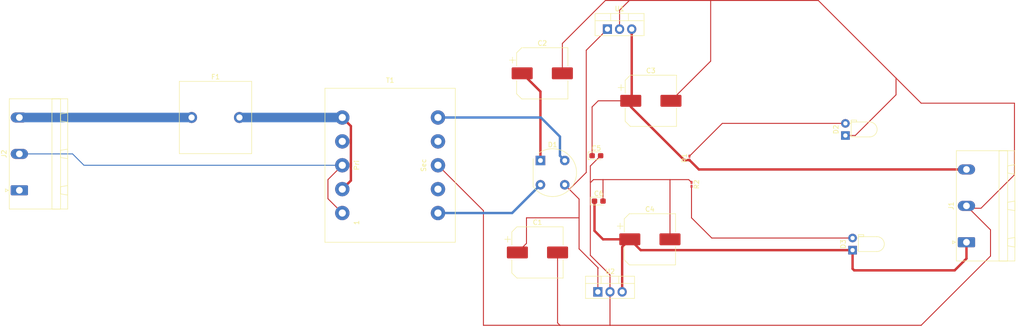
<source format=kicad_pcb>
(kicad_pcb (version 20241229) (generator "pcbnew") (generator_version "9.0")
  (layers (0 "F.Cu" signal) (2 "B.Cu" signal) (13 "F.Paste" user) (15 "B.Paste" user) (5 "F.SilkS" user "F.Silkscreen") (7 "B.SilkS" user "B.Silkscreen") (1 "F.Mask" user) (3 "B.Mask" user) (25 "Edge.Cuts" user))
  (net 0 "")
  (net 1 "/u2")
  (net 2 "GND")
  (net 3 "/u1")
  (net 4 "/d2")
  (net 5 "/d3")
  (net 6 "/T1-1")
  (net 7 "/T1-3")
  (net 8 "Net-(D2-A)")
  (net 9 "Net-(D3-A)")
  (net 10 "Net-(T1-OUT1B)")
  (net 11 "Net-(J2-Pin_3)")
  (net 12 "GNDPWR")
  (net 13 "Net-(J2-Pin_2)")
  (footprint "Package_TO_SOT_THT:TO-220-3_Vertical" (layer "F.Cu") (at 175.42 121.5)
    (property "Reference" "U2" (at 2.54 -4.27 0) (layer "F.SilkS"))
    (property "Value" "LM7812_TO220")
    (fp_line (start -2.58 -3.27) (end -2.58 1.371) (stroke (width 0.12)) (layer "F.SilkS"))
    (fp_line (start -2.58 -3.27) (end 7.66 -3.27) (stroke (width 0.12)) (layer "F.SilkS"))
    (fp_line (start -2.58 -1.76) (end 7.66 -1.76) (stroke (width 0.12)) (layer "F.SilkS"))
    (fp_line (start -2.58 1.371) (end 7.66 1.371) (stroke (width 0.12)) (layer "F.SilkS"))
    (fp_line (start 0.69 -3.27) (end 0.69 -1.76) (stroke (width 0.12)) (layer "F.SilkS"))
    (fp_line (start 4.391 -3.27) (end 4.391 -1.76) (stroke (width 0.12)) (layer "F.SilkS"))
    (fp_line (start 7.66 -3.27) (end 7.66 1.371) (stroke (width 0.12)) (layer "F.SilkS"))
    (pad "1" thru_hole rect (at 0 0) (size 1.905 2) (drill 1.1) (layers "*.Cu" "*.Mask") (net 1 "/u2"))
    (pad "2" thru_hole oval (at 2.54 0) (size 1.905 2) (drill 1.1) (layers "*.Cu" "*.Mask") (net 2 "GND"))
    (pad "3" thru_hole oval (at 5.08 0) (size 1.905 2) (drill 1.1) (layers "*.Cu" "*.Mask") (net 5 "/d3"))
  )
  (footprint "Capacitor_Tantalum_SMD:CP_EIA-2012-15_AVX-P" (layer "F.Cu") (at 175.11 93)
    (property "Reference" "C5" (at 0 -1.58 0) (layer "F.SilkS"))
    (property "Value" "0.1uF")
    (fp_line (start -1.72 -0.805) (end -1.72 0.805) (stroke (width 0.12)) (layer "F.SilkS"))
    (fp_line (start -1.72 0.805) (end 1 0.805) (stroke (width 0.12)) (layer "F.SilkS"))
    (fp_line (start 1 -0.805) (end -1.72 -0.805) (stroke (width 0.12)) (layer "F.SilkS"))
    (pad "1" smd roundrect (at -0.89 0) (size 1.14 1.09) (layers "F.Cu" "F.Mask" "F.Paste") (roundrect_rratio 0.229358) (net 4 "/d2"))
    (pad "2" smd roundrect (at 0.89 0) (size 1.14 1.09) (layers "F.Cu" "F.Mask" "F.Paste") (roundrect_rratio 0.229358) (net 2 "GND"))
  )
  (footprint "Capacitor_SMD:CP_Elec_10x14.3" (layer "F.Cu") (at 162.8 113.25)
    (property "Reference" "C1" (at 0 -6.3 0) (layer "F.SilkS"))
    (property "Value" "2200uF/25V")
    (fp_line (start -6.85 -2.76) (end -5.6 -2.76) (stroke (width 0.12)) (layer "F.SilkS"))
    (fp_line (start -6.225 -3.385) (end -6.225 -2.135) (stroke (width 0.12)) (layer "F.SilkS"))
    (fp_line (start -5.36 -4.295563) (end -5.36 -1.51) (stroke (width 0.12)) (layer "F.SilkS"))
    (fp_line (start -5.36 -4.295563) (end -4.295563 -5.36) (stroke (width 0.12)) (layer "F.SilkS"))
    (fp_line (start -5.36 4.295563) (end -5.36 1.51) (stroke (width 0.12)) (layer "F.SilkS"))
    (fp_line (start -5.36 4.295563) (end -4.295563 5.36) (stroke (width 0.12)) (layer "F.SilkS"))
    (fp_line (start -4.295563 -5.36) (end 5.36 -5.36) (stroke (width 0.12)) (layer "F.SilkS"))
    (fp_line (start -4.295563 5.36) (end 5.36 5.36) (stroke (width 0.12)) (layer "F.SilkS"))
    (fp_line (start 5.36 -5.36) (end 5.36 -1.51) (stroke (width 0.12)) (layer "F.SilkS"))
    (fp_line (start 5.36 5.36) (end 5.36 1.51) (stroke (width 0.12)) (layer "F.SilkS"))
    (pad "1" smd roundrect (at -4.2 0) (size 4.4 2.5) (layers "F.Cu" "F.Mask" "F.Paste") (roundrect_rratio 0.1) (net 1 "/u2"))
    (pad "2" smd roundrect (at 4.2 0) (size 4.4 2.5) (layers "F.Cu" "F.Mask" "F.Paste") (roundrect_rratio 0.1) (net 2 "GND"))
  )
  (footprint "Resistor_SMD:R_0201_0603Metric_Pad0.64x0.40mm_HandSolder" (layer "F.Cu") (at 195 99 -90)
    (property "Reference" "R2" (at 0 -1.05 90) (layer "F.SilkS"))
    (property "Value" "1.2K")
    (pad "1" smd roundrect (at -0.4075 0 270) (size 0.635 0.4) (layers "F.Cu" "F.Mask") (net 2 "GND"))
    (pad "2" smd roundrect (at 0.4075 0 270) (size 0.635 0.4) (layers "F.Cu" "F.Mask") (net 9 "Net-(D3-A)"))
  )
  (footprint "Diode_THT:Diode_Bridge_Round_D9.8mm" (layer "F.Cu") (at 163.42 94)
    (property "Reference" "D1" (at 2.54 -3.302 0) (layer "F.SilkS"))
    (property "Value" "W08G")
    (fp_line (start -1.524 -0.381) (end -1.524 5.461) (stroke (width 0.12)) (layer "F.SilkS"))
    (fp_arc (start -0.381 -1.524) (mid 7.479141 3.348223) (end -1.524 5.461) (stroke (width 0.12)) (layer "F.SilkS"))
    (pad "1" thru_hole rect (at 0 0) (size 2 2) (drill 1) (layers "*.Cu" "*.Mask") (net 3 "/u1"))
    (pad "2" thru_hole oval (at 0 5.08) (size 2 2) (drill 1) (layers "*.Cu" "*.Mask") (net 6 "/T1-1"))
    (pad "3" thru_hole oval (at 5.08 5.08) (size 2 2) (drill 1) (layers "*.Cu" "*.Mask") (net 1 "/u2"))
    (pad "4" thru_hole oval (at 5.08 0) (size 2 2) (drill 1) (layers "*.Cu" "*.Mask") (net 7 "/T1-3"))
  )
  (footprint "Fuse:Fuseholder_Cylinder-5x20mm_EATON_HBW_Vertical_Closed" (layer "F.Cu") (at 90.5 85)
    (property "Reference" "F1" (at 5 -8.5 0) (layer "F.SilkS"))
    (property "Value" "Fuse_Small")
    (fp_line (start -2.56 -7.56) (end 12.56 -7.56) (stroke (width 0.12)) (layer "F.SilkS"))
    (fp_line (start -2.56 7.56) (end -2.56 -7.56) (stroke (width 0.12)) (layer "F.SilkS"))
    (fp_line (start 12.56 -7.56) (end 12.56 7.56) (stroke (width 0.12)) (layer "F.SilkS"))
    (fp_line (start 12.56 7.56) (end -2.56 7.56) (stroke (width 0.12)) (layer "F.SilkS"))
    (pad "1" thru_hole circle (at 0 0) (size 2.3 2.3) (drill 1.3) (layers "*.Cu" "*.Mask") (net 11 "Net-(J2-Pin_3)"))
    (pad "2" thru_hole circle (at 10 0) (size 2.3 2.3) (drill 1.3) (layers "*.Cu" "*.Mask") (net 10 "Net-(T1-OUT1B)"))
  )
  (footprint "Package_TO_SOT_THT:TO-220-3_Vertical" (layer "F.Cu") (at 177.42 66.5)
    (property "Reference" "U1" (at 2.54 -4.27 0) (layer "F.SilkS"))
    (property "Value" "LM7812_TO220")
    (fp_line (start -2.58 -3.27) (end -2.58 1.371) (stroke (width 0.12)) (layer "F.SilkS"))
    (fp_line (start -2.58 -3.27) (end 7.66 -3.27) (stroke (width 0.12)) (layer "F.SilkS"))
    (fp_line (start -2.58 -1.76) (end 7.66 -1.76) (stroke (width 0.12)) (layer "F.SilkS"))
    (fp_line (start -2.58 1.371) (end 7.66 1.371) (stroke (width 0.12)) (layer "F.SilkS"))
    (fp_line (start 0.69 -3.27) (end 0.69 -1.76) (stroke (width 0.12)) (layer "F.SilkS"))
    (fp_line (start 4.391 -3.27) (end 4.391 -1.76) (stroke (width 0.12)) (layer "F.SilkS"))
    (fp_line (start 7.66 -3.27) (end 7.66 1.371) (stroke (width 0.12)) (layer "F.SilkS"))
    (pad "1" thru_hole rect (at 0 0) (size 1.905 2) (drill 1.1) (layers "*.Cu" "*.Mask") (net 1 "/u2"))
    (pad "2" thru_hole oval (at 2.54 0) (size 1.905 2) (drill 1.1) (layers "*.Cu" "*.Mask") (net 2 "GND"))
    (pad "3" thru_hole oval (at 5.08 0) (size 1.905 2) (drill 1.1) (layers "*.Cu" "*.Mask") (net 4 "/d2"))
  )
  (footprint "LED_THT:LED_D3.0mm_Horizontal_O1.27mm_Z10.0mm" (layer "F.Cu") (at 228.665 112.77 90)
    (property "Reference" "D3" (at 1.27 -1.96 90) (layer "F.SilkS"))
    (property "Value" "Green light")
    (fp_line (start 2.54 1.08) (end 2.54 1.08) (stroke (width 0.12)) (layer "F.SilkS"))
    (fp_line (start 2.54 1.08) (end 2.54 1.21) (stroke (width 0.12)) (layer "F.SilkS"))
    (fp_line (start 0 1.08) (end 0 1.08) (stroke (width 0.12)) (layer "F.SilkS"))
    (fp_line (start 0 1.08) (end 0 1.21) (stroke (width 0.12)) (layer "F.SilkS"))
    (fp_line (start 3.23 1.21) (end 3.23 2.33) (stroke (width 0.12)) (layer "F.SilkS"))
    (fp_line (start 2.83 1.21) (end 3.23 1.21) (stroke (width 0.12)) (layer "F.SilkS"))
    (fp_line (start 2.83 1.21) (end 2.83 5.07) (stroke (width 0.12)) (layer "F.SilkS"))
    (fp_line (start 2.54 1.21) (end 2.54 1.08) (stroke (width 0.12)) (layer "F.SilkS"))
    (fp_line (start 2.54 1.21) (end 2.54 1.21) (stroke (width 0.12)) (layer "F.SilkS"))
    (fp_line (start 0 1.21) (end 0 1.08) (stroke (width 0.12)) (layer "F.SilkS"))
    (fp_line (start 0 1.21) (end 0 1.21) (stroke (width 0.12)) (layer "F.SilkS"))
    (fp_line (start -0.29 1.21) (end 2.83 1.21) (stroke (width 0.12)) (layer "F.SilkS"))
    (fp_line (start -0.29 1.21) (end -0.29 5.07) (stroke (width 0.12)) (layer "F.SilkS"))
    (fp_line (start 3.23 2.33) (end 2.83 2.33) (stroke (width 0.12)) (layer "F.SilkS"))
    (fp_line (start 2.83 2.33) (end 2.83 1.21) (stroke (width 0.12)) (layer "F.SilkS"))
    (fp_arc (start 2.83 5.07) (mid 1.27 6.63) (end -0.29 5.07) (stroke (width 0.12)) (layer "F.SilkS"))
    (pad "1" thru_hole rect (at 0 0 90) (size 1.8 1.8) (drill 0.9) (layers "*.Cu" "*.Mask") (net 5 "/d3"))
    (pad "2" thru_hole circle (at 2.54 0 90) (size 1.8 1.8) (drill 0.9) (layers "*.Cu" "*.Mask") (net 9 "Net-(D3-A)"))
  )
  (footprint "Capacitor_Tantalum_SMD:CP_EIA-2012-15_AVX-P" (layer "F.Cu") (at 175.61 102.5)
    (property "Reference" "C6" (at 0 -1.58 0) (layer "F.SilkS"))
    (property "Value" "0.1uF")
    (fp_line (start -1.72 -0.805) (end -1.72 0.805) (stroke (width 0.12)) (layer "F.SilkS"))
    (fp_line (start -1.72 0.805) (end 1 0.805) (stroke (width 0.12)) (layer "F.SilkS"))
    (fp_line (start 1 -0.805) (end -1.72 -0.805) (stroke (width 0.12)) (layer "F.SilkS"))
    (pad "1" smd roundrect (at -0.89 0) (size 1.14 1.09) (layers "F.Cu" "F.Mask" "F.Paste") (roundrect_rratio 0.229358) (net 5 "/d3"))
    (pad "2" smd roundrect (at 0.89 0) (size 1.14 1.09) (layers "F.Cu" "F.Mask" "F.Paste") (roundrect_rratio 0.229358) (net 2 "GND"))
  )
  (footprint "Capacitor_SMD:CP_Elec_10x14.3" (layer "F.Cu") (at 186.5 81.5)
    (property "Reference" "C3" (at 0 -6.3 0) (layer "F.SilkS"))
    (property "Value" "47uF/25V")
    (fp_line (start -6.85 -2.76) (end -5.6 -2.76) (stroke (width 0.12)) (layer "F.SilkS"))
    (fp_line (start -6.225 -3.385) (end -6.225 -2.135) (stroke (width 0.12)) (layer "F.SilkS"))
    (fp_line (start -5.36 -4.295563) (end -5.36 -1.51) (stroke (width 0.12)) (layer "F.SilkS"))
    (fp_line (start -5.36 -4.295563) (end -4.295563 -5.36) (stroke (width 0.12)) (layer "F.SilkS"))
    (fp_line (start -5.36 4.295563) (end -5.36 1.51) (stroke (width 0.12)) (layer "F.SilkS"))
    (fp_line (start -5.36 4.295563) (end -4.295563 5.36) (stroke (width 0.12)) (layer "F.SilkS"))
    (fp_line (start -4.295563 -5.36) (end 5.36 -5.36) (stroke (width 0.12)) (layer "F.SilkS"))
    (fp_line (start -4.295563 5.36) (end 5.36 5.36) (stroke (width 0.12)) (layer "F.SilkS"))
    (fp_line (start 5.36 -5.36) (end 5.36 -1.51) (stroke (width 0.12)) (layer "F.SilkS"))
    (fp_line (start 5.36 5.36) (end 5.36 1.51) (stroke (width 0.12)) (layer "F.SilkS"))
    (pad "1" smd roundrect (at -4.2 0) (size 4.4 2.5) (layers "F.Cu" "F.Mask" "F.Paste") (roundrect_rratio 0.1) (net 4 "/d2"))
    (pad "2" smd roundrect (at 4.2 0) (size 4.4 2.5) (layers "F.Cu" "F.Mask" "F.Paste") (roundrect_rratio 0.1) (net 2 "GND"))
  )
  (footprint "Resistor_SMD:R_0201_0603Metric_Pad0.64x0.40mm_HandSolder" (layer "F.Cu") (at 194.5675 93.5 90)
    (property "Reference" "R1" (at 0 -1.05 90) (layer "F.SilkS"))
    (property "Value" "1.2K")
    (pad "1" smd roundrect (at -0.4075 0 90) (size 0.635 0.4) (layers "F.Cu" "F.Mask") (net 4 "/d2"))
    (pad "2" smd roundrect (at 0.4075 0 90) (size 0.635 0.4) (layers "F.Cu" "F.Mask") (net 8 "Net-(D2-A)"))
  )
  (footprint "Capacitor_SMD:CP_Elec_10x14.3" (layer "F.Cu") (at 163.8 75.75)
    (property "Reference" "C2" (at 0 -6.3 0) (layer "F.SilkS"))
    (property "Value" "2200uF/25V")
    (fp_line (start -6.85 -2.76) (end -5.6 -2.76) (stroke (width 0.12)) (layer "F.SilkS"))
    (fp_line (start -6.225 -3.385) (end -6.225 -2.135) (stroke (width 0.12)) (layer "F.SilkS"))
    (fp_line (start -5.36 -4.295563) (end -5.36 -1.51) (stroke (width 0.12)) (layer "F.SilkS"))
    (fp_line (start -5.36 -4.295563) (end -4.295563 -5.36) (stroke (width 0.12)) (layer "F.SilkS"))
    (fp_line (start -5.36 4.295563) (end -5.36 1.51) (stroke (width 0.12)) (layer "F.SilkS"))
    (fp_line (start -5.36 4.295563) (end -4.295563 5.36) (stroke (width 0.12)) (layer "F.SilkS"))
    (fp_line (start -4.295563 -5.36) (end 5.36 -5.36) (stroke (width 0.12)) (layer "F.SilkS"))
    (fp_line (start -4.295563 5.36) (end 5.36 5.36) (stroke (width 0.12)) (layer "F.SilkS"))
    (fp_line (start 5.36 -5.36) (end 5.36 -1.51) (stroke (width 0.12)) (layer "F.SilkS"))
    (fp_line (start 5.36 5.36) (end 5.36 1.51) (stroke (width 0.12)) (layer "F.SilkS"))
    (pad "1" smd roundrect (at -4.2 0) (size 4.4 2.5) (layers "F.Cu" "F.Mask" "F.Paste") (roundrect_rratio 0.1) (net 3 "/u1"))
    (pad "2" smd roundrect (at 4.2 0) (size 4.4 2.5) (layers "F.Cu" "F.Mask" "F.Paste") (roundrect_rratio 0.1) (net 2 "GND"))
  )
  (footprint "Connector_Phoenix_GMSTB:PhoenixContact_GMSTBA_2,5_3-G-7,62_1x03_P7.62mm_Horizontal" (layer "F.Cu") (at 54.5 100.24 90)
    (property "Reference" "J2" (at 7.62 -3.2 90) (layer "F.SilkS"))
    (property "Value" "Conn_01x03")
    (fp_line (start 0.3 -2.91) (end 0 -2.31) (stroke (width 0.12)) (layer "F.SilkS"))
    (fp_line (start -0.3 -2.91) (end 0.3 -2.91) (stroke (width 0.12)) (layer "F.SilkS"))
    (fp_line (start 0 -2.31) (end -0.3 -2.91) (stroke (width 0.12)) (layer "F.SilkS"))
    (fp_line (start 19.16 -2.11) (end -3.92 -2.11) (stroke (width 0.12)) (layer "F.SilkS"))
    (fp_line (start -3.92 -2.11) (end -3.92 10.11) (stroke (width 0.12)) (layer "F.SilkS"))
    (fp_line (start 19.16 6.81) (end 19.16 8.61) (stroke (width 0.12)) (layer "F.SilkS"))
    (fp_line (start -3.92 6.81) (end 19.16 6.81) (stroke (width 0.12)) (layer "F.SilkS"))
    (fp_line (start 19.16 8.61) (end -3.92 8.61) (stroke (width 0.12)) (layer "F.SilkS"))
    (fp_line (start 15.99 8.61) (end 14.49 8.61) (stroke (width 0.12)) (layer "F.SilkS"))
    (fp_line (start 14.49 8.61) (end 14.24 10.11) (stroke (width 0.12)) (layer "F.SilkS"))
    (fp_line (start 8.37 8.61) (end 6.87 8.61) (stroke (width 0.12)) (layer "F.SilkS"))
    (fp_line (start 6.87 8.61) (end 6.62 10.11) (stroke (width 0.12)) (layer "F.SilkS"))
    (fp_line (start 0.75 8.61) (end -0.75 8.61) (stroke (width 0.12)) (layer "F.SilkS"))
    (fp_line (start -0.75 8.61) (end -1 10.11) (stroke (width 0.12)) (layer "F.SilkS"))
    (fp_line (start -3.92 8.61) (end -3.92 6.81) (stroke (width 0.12)) (layer "F.SilkS"))
    (fp_line (start 19.16 10.11) (end 19.16 -2.11) (stroke (width 0.12)) (layer "F.SilkS"))
    (fp_line (start 16.24 10.11) (end 15.99 8.61) (stroke (width 0.12)) (layer "F.SilkS"))
    (fp_line (start 14.24 10.11) (end 16.24 10.11) (stroke (width 0.12)) (layer "F.SilkS"))
    (fp_line (start 8.62 10.11) (end 8.37 8.61) (stroke (width 0.12)) (layer "F.SilkS"))
    (fp_line (start 6.62 10.11) (end 8.62 10.11) (stroke (width 0.12)) (layer "F.SilkS"))
    (fp_line (start 1 10.11) (end 0.75 8.61) (stroke (width 0.12)) (layer "F.SilkS"))
    (fp_line (start -1 10.11) (end 1 10.11) (stroke (width 0.12)) (layer "F.SilkS"))
    (fp_line (start -3.92 10.11) (end 19.16 10.11) (stroke (width 0.12)) (layer "F.SilkS"))
    (pad "1" thru_hole roundrect (at 0 0 90) (size 2.1 3.6) (drill 1.4) (layers "*.Cu" "*.Mask") (roundrect_rratio 0.119048) (net 12 "GNDPWR"))
    (pad "2" thru_hole oval (at 7.62 0 90) (size 2.1 3.6) (drill 1.4) (layers "*.Cu" "*.Mask") (net 13 "Net-(J2-Pin_2)"))
    (pad "3" thru_hole oval (at 15.24 0 90) (size 2.1 3.6) (drill 1.4) (layers "*.Cu" "*.Mask") (net 11 "Net-(J2-Pin_3)"))
  )
  (footprint "LED_THT:LED_D3.0mm_Horizontal_O1.27mm_Z10.0mm" (layer "F.Cu") (at 227.165 88.77 90)
    (property "Reference" "D2" (at 1.27 -1.96 90) (layer "F.SilkS"))
    (property "Value" "red light")
    (fp_line (start 2.54 1.08) (end 2.54 1.08) (stroke (width 0.12)) (layer "F.SilkS"))
    (fp_line (start 2.54 1.08) (end 2.54 1.21) (stroke (width 0.12)) (layer "F.SilkS"))
    (fp_line (start 0 1.08) (end 0 1.08) (stroke (width 0.12)) (layer "F.SilkS"))
    (fp_line (start 0 1.08) (end 0 1.21) (stroke (width 0.12)) (layer "F.SilkS"))
    (fp_line (start 3.23 1.21) (end 3.23 2.33) (stroke (width 0.12)) (layer "F.SilkS"))
    (fp_line (start 2.83 1.21) (end 3.23 1.21) (stroke (width 0.12)) (layer "F.SilkS"))
    (fp_line (start 2.83 1.21) (end 2.83 5.07) (stroke (width 0.12)) (layer "F.SilkS"))
    (fp_line (start 2.54 1.21) (end 2.54 1.08) (stroke (width 0.12)) (layer "F.SilkS"))
    (fp_line (start 2.54 1.21) (end 2.54 1.21) (stroke (width 0.12)) (layer "F.SilkS"))
    (fp_line (start 0 1.21) (end 0 1.08) (stroke (width 0.12)) (layer "F.SilkS"))
    (fp_line (start 0 1.21) (end 0 1.21) (stroke (width 0.12)) (layer "F.SilkS"))
    (fp_line (start -0.29 1.21) (end 2.83 1.21) (stroke (width 0.12)) (layer "F.SilkS"))
    (fp_line (start -0.29 1.21) (end -0.29 5.07) (stroke (width 0.12)) (layer "F.SilkS"))
    (fp_line (start 3.23 2.33) (end 2.83 2.33) (stroke (width 0.12)) (layer "F.SilkS"))
    (fp_line (start 2.83 2.33) (end 2.83 1.21) (stroke (width 0.12)) (layer "F.SilkS"))
    (fp_arc (start 2.83 5.07) (mid 1.27 6.63) (end -0.29 5.07) (stroke (width 0.12)) (layer "F.SilkS"))
    (pad "1" thru_hole rect (at 0 0 90) (size 1.8 1.8) (drill 0.9) (layers "*.Cu" "*.Mask") (net 2 "GND"))
    (pad "2" thru_hole circle (at 2.54 0 90) (size 1.8 1.8) (drill 0.9) (layers "*.Cu" "*.Mask") (net 8 "Net-(D2-A)"))
  )
  (footprint "Transformer_THT:Transformer_CHK_EI30-2VA_1xSec" (layer "F.Cu") (at 122 105)
    (property "Reference" "T1" (at 10 -27.78 0) (layer "F.SilkS"))
    (property "Value" "Transformer_SP_2S")
    (fp_line (start -3.62 -26.12) (end -3.62 6.12) (stroke (width 0.12)) (layer "F.SilkS"))
    (fp_line (start -3.62 -26.12) (end 23.62 -26.12) (stroke (width 0.12)) (layer "F.SilkS"))
    (fp_line (start 23.62 6.12) (end -3.62 6.12) (stroke (width 0.12)) (layer "F.SilkS"))
    (fp_line (start 23.62 6.12) (end 23.62 -26.12) (stroke (width 0.12)) (layer "F.SilkS"))
    (fp_text user "1" (at 3 2 90) (layer "F.SilkS"))
    (fp_text user "Sec" (at 17 -10 90) (layer "F.SilkS"))
    (fp_text user "Pri" (at 3 -10 90) (layer "F.SilkS"))
    (pad "1" thru_hole circle (at 20 0) (size 3 3) (drill 1.5) (layers "*.Cu" "*.Mask") (net 6 "/T1-1"))
    (pad "2" thru_hole circle (at 20 -10) (size 3 3) (drill 1.5) (layers "*.Cu" "*.Mask") (net 2 "GND"))
    (pad "3" thru_hole circle (at 20 -20) (size 3 3) (drill 1.5) (layers "*.Cu" "*.Mask") (net 7 "/T1-3"))
    (pad "4" thru_hole circle (at 0 0) (size 3 3) (drill 1.5) (layers "*.Cu" "*.Mask") (net 13 "Net-(J2-Pin_2)"))
    (pad "5" thru_hole circle (at 0 -20) (size 3 3) (drill 1.5) (layers "*.Cu" "*.Mask") (net 10 "Net-(T1-OUT1B)"))
    (pad "6" thru_hole circle (at 0 -10) (size 3 3) (drill 1.5) (layers "*.Cu" "*.Mask") (net 13 "Net-(J2-Pin_2)"))
    (pad "7" thru_hole circle (at 0 -5) (size 3 3) (drill 1.5) (layers "*.Cu" "*.Mask") (net 10 "Net-(T1-OUT1B)"))
    (pad "8" thru_hole circle (at 20 -15) (size 3 3) (drill 1.5) (layers "*.Cu" "*.Mask"))
    (pad "9" thru_hole circle (at 20 -5) (size 3 3) (drill 1.5) (layers "*.Cu" "*.Mask"))
    (pad "10" thru_hole circle (at 0 -15) (size 3 3) (drill 1.5) (layers "*.Cu" "*.Mask"))
  )
  (footprint "Connector_Phoenix_GMSTB:PhoenixContact_GMSTBA_2,5_3-G-7,62_1x03_P7.62mm_Horizontal" (layer "F.Cu") (at 252.4725 111.115 90)
    (property "Reference" "J1" (at 7.62 -3.2 90) (layer "F.SilkS"))
    (property "Value" "Conn_01x03")
    (fp_line (start 0.3 -2.91) (end 0 -2.31) (stroke (width 0.12)) (layer "F.SilkS"))
    (fp_line (start -0.3 -2.91) (end 0.3 -2.91) (stroke (width 0.12)) (layer "F.SilkS"))
    (fp_line (start 0 -2.31) (end -0.3 -2.91) (stroke (width 0.12)) (layer "F.SilkS"))
    (fp_line (start 19.16 -2.11) (end -3.92 -2.11) (stroke (width 0.12)) (layer "F.SilkS"))
    (fp_line (start -3.92 -2.11) (end -3.92 10.11) (stroke (width 0.12)) (layer "F.SilkS"))
    (fp_line (start 19.16 6.81) (end 19.16 8.61) (stroke (width 0.12)) (layer "F.SilkS"))
    (fp_line (start -3.92 6.81) (end 19.16 6.81) (stroke (width 0.12)) (layer "F.SilkS"))
    (fp_line (start 19.16 8.61) (end -3.92 8.61) (stroke (width 0.12)) (layer "F.SilkS"))
    (fp_line (start 15.99 8.61) (end 14.49 8.61) (stroke (width 0.12)) (layer "F.SilkS"))
    (fp_line (start 14.49 8.61) (end 14.24 10.11) (stroke (width 0.12)) (layer "F.SilkS"))
    (fp_line (start 8.37 8.61) (end 6.87 8.61) (stroke (width 0.12)) (layer "F.SilkS"))
    (fp_line (start 6.87 8.61) (end 6.62 10.11) (stroke (width 0.12)) (layer "F.SilkS"))
    (fp_line (start 0.75 8.61) (end -0.75 8.61) (stroke (width 0.12)) (layer "F.SilkS"))
    (fp_line (start -0.75 8.61) (end -1 10.11) (stroke (width 0.12)) (layer "F.SilkS"))
    (fp_line (start -3.92 8.61) (end -3.92 6.81) (stroke (width 0.12)) (layer "F.SilkS"))
    (fp_line (start 19.16 10.11) (end 19.16 -2.11) (stroke (width 0.12)) (layer "F.SilkS"))
    (fp_line (start 16.24 10.11) (end 15.99 8.61) (stroke (width 0.12)) (layer "F.SilkS"))
    (fp_line (start 14.24 10.11) (end 16.24 10.11) (stroke (width 0.12)) (layer "F.SilkS"))
    (fp_line (start 8.62 10.11) (end 8.37 8.61) (stroke (width 0.12)) (layer "F.SilkS"))
    (fp_line (start 6.62 10.11) (end 8.62 10.11) (stroke (width 0.12)) (layer "F.SilkS"))
    (fp_line (start 1 10.11) (end 0.75 8.61) (stroke (width 0.12)) (layer "F.SilkS"))
    (fp_line (start -1 10.11) (end 1 10.11) (stroke (width 0.12)) (layer "F.SilkS"))
    (fp_line (start -3.92 10.11) (end 19.16 10.11) (stroke (width 0.12)) (layer "F.SilkS"))
    (pad "1" thru_hole oval (at 15.24 0 90) (size 2.1 3.6) (drill 1.4) (layers "*.Cu" "*.Mask") (net 4 "/d2"))
    (pad "2" thru_hole oval (at 7.62 0 90) (size 2.1 3.6) (drill 1.4) (layers "*.Cu" "*.Mask") (net 2 "GND"))
    (pad "3" thru_hole roundrect (at 0 0 90) (size 2.1 3.6) (drill 1.4) (layers "*.Cu" "*.Mask") (roundrect_rratio 0.119048) (net 5 "/d3"))
  )
  (footprint "Capacitor_SMD:CP_Elec_10x14.3" (layer "F.Cu") (at 186.3 110.5)
    (property "Reference" "C4" (at 0 -6.3 0) (layer "F.SilkS"))
    (property "Value" "47uF/25V")
    (fp_line (start -6.85 -2.76) (end -5.6 -2.76) (stroke (width 0.12)) (layer "F.SilkS"))
    (fp_line (start -6.225 -3.385) (end -6.225 -2.135) (stroke (width 0.12)) (layer "F.SilkS"))
    (fp_line (start -5.36 -4.295563) (end -5.36 -1.51) (stroke (width 0.12)) (layer "F.SilkS"))
    (fp_line (start -5.36 -4.295563) (end -4.295563 -5.36) (stroke (width 0.12)) (layer "F.SilkS"))
    (fp_line (start -5.36 4.295563) (end -5.36 1.51) (stroke (width 0.12)) (layer "F.SilkS"))
    (fp_line (start -5.36 4.295563) (end -4.295563 5.36) (stroke (width 0.12)) (layer "F.SilkS"))
    (fp_line (start -4.295563 -5.36) (end 5.36 -5.36) (stroke (width 0.12)) (layer "F.SilkS"))
    (fp_line (start -4.295563 5.36) (end 5.36 5.36) (stroke (width 0.12)) (layer "F.SilkS"))
    (fp_line (start 5.36 -5.36) (end 5.36 -1.51) (stroke (width 0.12)) (layer "F.SilkS"))
    (fp_line (start 5.36 5.36) (end 5.36 1.51) (stroke (width 0.12)) (layer "F.SilkS"))
    (pad "1" smd roundrect (at -4.2 0) (size 4.4 2.5) (layers "F.Cu" "F.Mask" "F.Paste") (roundrect_rratio 0.1) (net 5 "/d3"))
    (pad "2" smd roundrect (at 4.2 0) (size 4.4 2.5) (layers "F.Cu" "F.Mask" "F.Paste") (roundrect_rratio 0.1) (net 2 "GND"))
  )
  (segment (start 173 96.5) (end 169.46 100.04) (width 0.2) (layer "F.Cu") (net 1))
  (segment (start 171.5 106) (end 171.5 102.08) (width 0.2) (layer "F.Cu") (net 1))
  (segment (start 175.42 121.5) (end 175.42 116.58) (width 0.2) (layer "F.Cu") (net 1))
  (segment (start 158.6 113.25) (end 160.5 111.35) (width 0.2) (layer "F.Cu") (net 1))
  (segment (start 171.5 112.5) (end 171.5 106) (width 0.2) (layer "F.Cu") (net 1))
  (segment (start 173 70.92) (end 173 96.5) (width 0.2) (layer "F.Cu") (net 1))
  (segment (start 177.42 66.5) (end 173 70.92) (width 0.2) (layer "F.Cu") (net 1))
  (segment (start 175.42 116.58) (end 175.5 116.5) (width 0.2) (layer "F.Cu") (net 1))
  (segment (start 169.46 100.04) (end 168.5 99.08) (width 0.2) (layer "F.Cu") (net 1))
  (segment (start 175.5 116.5) (end 171.5 112.5) (width 0.2) (layer "F.Cu") (net 1))
  (segment (start 171.5 102.08) (end 169.46 100.04) (width 0.2) (layer "F.Cu") (net 1))
  (segment (start 160.5 111.35) (end 160.5 106) (width 0.2) (layer "F.Cu") (net 1))
  (segment (start 160.5 106) (end 171.5 106) (width 0.2) (layer "F.Cu") (net 1))
  (segment (start 173.849 95.151) (end 173.849 98.5) (width 0.2) (layer "F.Cu") (net 2))
  (segment (start 199 73.2) (end 199 60.5) (width 0.2) (layer "F.Cu") (net 2))
  (segment (start 252.9775 104) (end 252.4725 103.495) (width 0.2) (layer "F.Cu") (net 2))
  (segment (start 221.5 60.5) (end 237.75 76.75) (width 0.2) (layer "F.Cu") (net 2))
  (segment (start 243 128.5) (end 257.5 114) (width 0.2) (layer "F.Cu") (net 2))
  (segment (start 176.5 98) (end 174.5 98) (width 0.2) (layer "F.Cu") (net 2))
  (segment (start 174.5 98) (end 173.9245 98.5755) (width 0.2) (layer "F.Cu") (net 2))
  (segment (start 176 93) (end 173.849 95.151) (width 0.2) (layer "F.Cu") (net 2))
  (segment (start 167.5 128.5) (end 178 128.5) (width 0.2) (layer "F.Cu") (net 2))
  (segment (start 151.5 104.5) (end 151.5 128.5) (width 0.2) (layer "F.Cu") (net 2))
  (segment (start 227.165 88.77) (end 229.23 88.77) (width 0.2) (layer "F.Cu") (net 2))
  (segment (start 177.96 117.96) (end 177.96 121.5) (width 0.2) (layer "F.Cu") (net 2))
  (segment (start 262.5 97) (end 255.5 104) (width 0.2) (layer "F.Cu") (net 2))
  (segment (start 194.4075 98) (end 195 98.5925) (width 0.2) (layer "F.Cu") (net 2))
  (segment (start 229.23 88.77) (end 237.75 80.25) (width 0.2) (layer "F.Cu") (net 2))
  (segment (start 177 60.5) (end 182 60.5) (width 0.2) (layer "F.Cu") (net 2))
  (segment (start 167 128) (end 167.5 128.5) (width 0.2) (layer "F.Cu") (net 2))
  (segment (start 190.5 98) (end 176.5 98) (width 0.2) (layer "F.Cu") (net 2))
  (segment (start 173.849 113.849) (end 177.96 117.96) (width 0.2) (layer "F.Cu") (net 2))
  (segment (start 182 60.5) (end 199 60.5) (width 0.2) (layer "F.Cu") (net 2))
  (segment (start 190.5 110.5) (end 190.5 98) (width 0.2) (layer "F.Cu") (net 2))
  (segment (start 243 82) (end 262.5 82) (width 0.2) (layer "F.Cu") (net 2))
  (segment (start 168 69.5) (end 177 60.5) (width 0.2) (layer "F.Cu") (net 2))
  (segment (start 176.5 102.5) (end 176.5 98) (width 0.2) (layer "F.Cu") (net 2))
  (segment (start 177.96 128.46) (end 178 128.5) (width 0.2) (layer "F.Cu") (net 2))
  (segment (start 190.7 81.5) (end 199 73.2) (width 0.2) (layer "F.Cu") (net 2))
  (segment (start 179.96 66.5) (end 179.96 62.54) (width 0.2) (layer "F.Cu") (net 2))
  (segment (start 190.5 98) (end 194.4075 98) (width 0.2) (layer "F.Cu") (net 2))
  (segment (start 257.5 114) (end 257.5 108.5225) (width 0.2) (layer "F.Cu") (net 2))
  (segment (start 173.9245 98.5755) (end 173.849 98.5) (width 0.2) (layer "F.Cu") (net 2))
  (segment (start 199 60.5) (end 221.5 60.5) (width 0.2) (layer "F.Cu") (net 2))
  (segment (start 167 113.25) (end 167 128) (width 0.2) (layer "F.Cu") (net 2))
  (segment (start 237.75 76.75) (end 243 82) (width 0.2) (layer "F.Cu") (net 2))
  (segment (start 237.75 80.25) (end 237.75 76.75) (width 0.2) (layer "F.Cu") (net 2))
  (segment (start 177.96 121.5) (end 177.96 128.46) (width 0.2) (layer "F.Cu") (net 2))
  (segment (start 173.849 98.5) (end 173.849 113.849) (width 0.2) (layer "F.Cu") (net 2))
  (segment (start 257.5 108.5225) (end 252.4725 103.495) (width 0.2) (layer "F.Cu") (net 2))
  (segment (start 262.5 82) (end 262.5 97) (width 0.2) (layer "F.Cu") (net 2))
  (segment (start 255.5 104) (end 252.9775 104) (width 0.2) (layer "F.Cu") (net 2))
  (segment (start 179.96 62.54) (end 182 60.5) (width 0.2) (layer "F.Cu") (net 2))
  (segment (start 142 95) (end 151.5 104.5) (width 0.2) (layer "F.Cu") (net 2))
  (segment (start 168 75.75) (end 168 69.5) (width 0.2) (layer "F.Cu") (net 2))
  (segment (start 178 128.5) (end 243 128.5) (width 0.2) (layer "F.Cu") (net 2))
  (segment (start 151.5 128.5) (end 167.5 128.5) (width 0.2) (layer "F.Cu") (net 2))
  (segment (start 163.42 79.57) (end 163.42 94) (width 0.5) (layer "F.Cu") (net 3))
  (segment (start 159.6 75.75) (end 163.42 79.57) (width 0.5) (layer "F.Cu") (net 3))
  (segment (start 175.5 81.5) (end 174.22 82.78) (width 0.2) (layer "F.Cu") (net 4))
  (segment (start 182.5 81.3) (end 182.3 81.5) (width 0.2) (layer "F.Cu") (net 4))
  (segment (start 182.5 66.5) (end 182.5 81.3) (width 0.5) (layer "F.Cu") (net 4))
  (segment (start 194.5675 93.9075) (end 196.535 95.875) (width 0.5) (layer "F.Cu") (net 4))
  (segment (start 182.3 81.5) (end 182.3 82.75) (width 0.2) (layer "F.Cu") (net 4))
  (segment (start 182.3 82.75) (end 193.4575 93.9075) (width 0.5) (layer "F.Cu") (net 4))
  (segment (start 196.535 95.875) (end 252.4725 95.875) (width 0.5) (layer "F.Cu") (net 4))
  (segment (start 175.5 81.5) (end 182.3 81.5) (width 0.2) (layer "F.Cu") (net 4))
  (segment (start 174.22 82.78) (end 174.22 93) (width 0.2) (layer "F.Cu") (net 4))
  (segment (start 193.4575 93.9075) (end 194.5675 93.9075) (width 0.5) (layer "F.Cu") (net 4))
  (segment (start 252.4725 95.875) (end 253.875 95.875) (width 0.2) (layer "B.Cu") (net 4))
  (segment (start 253.875 95.875) (end 254 96) (width 0.2) (layer "B.Cu") (net 4))
  (segment (start 228.665 116.665) (end 229 117) (width 0.5) (layer "F.Cu") (net 5))
  (segment (start 252.4725 111.115) (end 252.4725 114.5275) (width 0.5) (layer "F.Cu") (net 5))
  (segment (start 228.665 112.77) (end 184.37 112.77) (width 0.5) (layer "F.Cu") (net 5))
  (segment (start 184.37 112.77) (end 182.1 110.5) (width 0.5) (layer "F.Cu") (net 5))
  (segment (start 182.1 110.5) (end 180.5 112.1) (width 0.5) (layer "F.Cu") (net 5))
  (segment (start 228.665 112.77) (end 228.665 116.665) (width 0.5) (layer "F.Cu") (net 5))
  (segment (start 180.5 112.1) (end 180.5 121.5) (width 0.5) (layer "F.Cu") (net 5))
  (segment (start 174.72 108.72) (end 176.5 110.5) (width 0.5) (layer "F.Cu") (net 5))
  (segment (start 174.72 102.5) (end 174.72 108.72) (width 0.5) (layer "F.Cu") (net 5))
  (segment (start 252.4725 114.5275) (end 250 117) (width 0.5) (layer "F.Cu") (net 5))
  (segment (start 176.5 110.5) (end 182.1 110.5) (width 0.5) (layer "F.Cu") (net 5))
  (segment (start 250 117) (end 229 117) (width 0.5) (layer "F.Cu") (net 5))
  (segment (start 157.5 105) (end 163.42 99.08) (width 0.5) (layer "B.Cu") (net 6))
  (segment (start 142 105) (end 157.5 105) (width 0.5) (layer "B.Cu") (net 6))
  (segment (start 142 85) (end 163.5 85) (width 0.5) (layer "B.Cu") (net 7))
  (segment (start 167.5 93) (end 168.5 94) (width 0.5) (layer "B.Cu") (net 7))
  (segment (start 163.5 85) (end 167.5 89) (width 0.5) (layer "B.Cu") (net 7))
  (segment (start 167.5 89) (end 167.5 93) (width 0.5) (layer "B.Cu") (net 7))
  (segment (start 194.5675 93.0925) (end 201.43 86.23) (width 0.2) (layer "F.Cu") (net 8))
  (segment (start 201.43 86.23) (end 227.165 86.23) (width 0.2) (layer "F.Cu") (net 8))
  (segment (start 195 99.4075) (end 195 106) (width 0.2) (layer "F.Cu") (net 9))
  (segment (start 199.23 110.23) (end 228.665 110.23) (width 0.2) (layer "F.Cu") (net 9))
  (segment (start 195 106) (end 199.23 110.23) (width 0.2) (layer "F.Cu") (net 9))
  (segment (start 123.801 98.199) (end 123.801 86.801) (width 0.5) (layer "F.Cu") (net 10))
  (segment (start 122 100) (end 123.801 98.199) (width 0.5) (layer "F.Cu") (net 10))
  (segment (start 123.801 86.801) (end 122 85) (width 0.5) (layer "F.Cu") (net 10))
  (segment (start 100.5 85) (end 122 85) (width 2) (layer "B.Cu") (net 10))
  (segment (start 54.5 85) (end 90.5 85) (width 2) (layer "B.Cu") (net 11))
  (segment (start 119 98) (end 122 95) (width 0.2) (layer "F.Cu") (net 13))
  (segment (start 119 102) (end 119 98) (width 0.2) (layer "F.Cu") (net 13))
  (segment (start 119 102) (end 122 105) (width 0.2) (layer "F.Cu") (net 13))
  (segment (start 65.62 92.62) (end 68 95) (width 0.2) (layer "B.Cu") (net 13))
  (segment (start 68 95) (end 122 95) (width 0.2) (layer "B.Cu") (net 13))
  (segment (start 54.5 92.62) (end 65.62 92.62) (width 0.2) (layer "B.Cu") (net 13))
)
</source>
